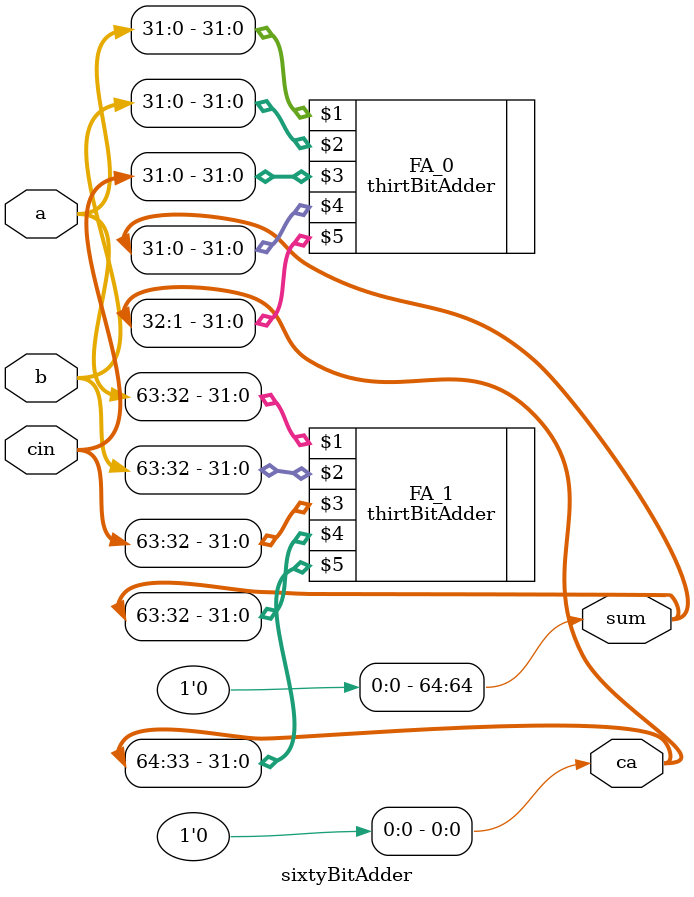
<source format=v>
`include "FullAdder/32BitAdder.v"

module sixtyBitAdder(a,b,cin,sum,ca);
input [64:0] a,b;
input [64:0]cin;

output[64:0] sum;
output [64:0]ca;

assign ca[0]=1'b0;
assign sum[64]=1'b0;

thirtBitAdder FA_0(a[31:0],b[31:0],cin[31:0],sum[31:0],ca[32:1]);
thirtBitAdder FA_1(a[63:32],b[63:32],cin[63:32],sum[63:32],ca[64:33]);


endmodule

</source>
